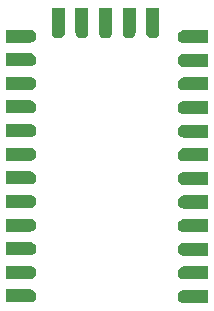
<source format=gbr>
G04 #@! TF.GenerationSoftware,KiCad,Pcbnew,(5.0.0)*
G04 #@! TF.CreationDate,2021-02-11T08:38:10+00:00*
G04 #@! TF.ProjectId,ESPV-BUG,455350562D4255472E6B696361645F70,rev?*
G04 #@! TF.SameCoordinates,Original*
G04 #@! TF.FileFunction,Soldermask,Bot*
G04 #@! TF.FilePolarity,Negative*
%FSLAX46Y46*%
G04 Gerber Fmt 4.6, Leading zero omitted, Abs format (unit mm)*
G04 Created by KiCad (PCBNEW (5.0.0)) date 02/11/21 08:38:10*
%MOMM*%
%LPD*%
G01*
G04 APERTURE LIST*
%ADD10C,0.100000*%
G04 APERTURE END LIST*
D10*
G36*
X179651000Y-89951000D02*
X177494298Y-89951000D01*
X177493446Y-89950301D01*
X177471835Y-89938750D01*
X177448385Y-89931636D01*
X177439279Y-89929825D01*
X177439277Y-89929824D01*
X177439276Y-89929824D01*
X177339005Y-89888291D01*
X177248755Y-89827988D01*
X177172012Y-89751245D01*
X177111709Y-89660995D01*
X177070174Y-89560721D01*
X177049000Y-89454270D01*
X177049000Y-89345730D01*
X177070174Y-89239279D01*
X177111709Y-89139005D01*
X177172012Y-89048755D01*
X177248755Y-88972012D01*
X177339005Y-88911709D01*
X177439276Y-88870176D01*
X177439277Y-88870176D01*
X177439279Y-88870175D01*
X177448385Y-88868364D01*
X177471834Y-88861251D01*
X177493445Y-88849700D01*
X177494298Y-88849000D01*
X179651000Y-88849000D01*
X179651000Y-89951000D01*
X179651000Y-89951000D01*
G37*
G36*
X164656554Y-88799699D02*
X164678165Y-88811250D01*
X164701615Y-88818364D01*
X164710721Y-88820175D01*
X164710723Y-88820176D01*
X164710724Y-88820176D01*
X164810995Y-88861709D01*
X164901245Y-88922012D01*
X164977988Y-88998755D01*
X165038291Y-89089005D01*
X165079826Y-89189279D01*
X165101000Y-89295730D01*
X165101000Y-89404270D01*
X165079826Y-89510721D01*
X165038291Y-89610995D01*
X164977988Y-89701245D01*
X164901245Y-89777988D01*
X164810995Y-89838291D01*
X164710724Y-89879824D01*
X164710723Y-89879824D01*
X164710721Y-89879825D01*
X164701615Y-89881636D01*
X164678166Y-89888749D01*
X164656555Y-89900300D01*
X164655702Y-89901000D01*
X162499000Y-89901000D01*
X162499000Y-88799000D01*
X164655702Y-88799000D01*
X164656554Y-88799699D01*
X164656554Y-88799699D01*
G37*
G36*
X179651000Y-87951000D02*
X177494298Y-87951000D01*
X177493446Y-87950301D01*
X177471835Y-87938750D01*
X177448385Y-87931636D01*
X177439279Y-87929825D01*
X177439277Y-87929824D01*
X177439276Y-87929824D01*
X177339005Y-87888291D01*
X177248755Y-87827988D01*
X177172012Y-87751245D01*
X177111709Y-87660995D01*
X177070174Y-87560721D01*
X177049000Y-87454270D01*
X177049000Y-87345730D01*
X177070174Y-87239279D01*
X177111709Y-87139005D01*
X177172012Y-87048755D01*
X177248755Y-86972012D01*
X177339005Y-86911709D01*
X177439276Y-86870176D01*
X177439277Y-86870176D01*
X177439279Y-86870175D01*
X177448385Y-86868364D01*
X177471834Y-86861251D01*
X177493445Y-86849700D01*
X177494298Y-86849000D01*
X179651000Y-86849000D01*
X179651000Y-87951000D01*
X179651000Y-87951000D01*
G37*
G36*
X164656554Y-86799699D02*
X164678165Y-86811250D01*
X164701615Y-86818364D01*
X164710721Y-86820175D01*
X164710723Y-86820176D01*
X164710724Y-86820176D01*
X164810995Y-86861709D01*
X164901245Y-86922012D01*
X164977988Y-86998755D01*
X165038291Y-87089005D01*
X165079826Y-87189279D01*
X165101000Y-87295730D01*
X165101000Y-87404270D01*
X165079826Y-87510721D01*
X165038291Y-87610995D01*
X164977988Y-87701245D01*
X164901245Y-87777988D01*
X164810995Y-87838291D01*
X164710724Y-87879824D01*
X164710723Y-87879824D01*
X164710721Y-87879825D01*
X164701615Y-87881636D01*
X164678166Y-87888749D01*
X164656555Y-87900300D01*
X164655702Y-87901000D01*
X162499000Y-87901000D01*
X162499000Y-86799000D01*
X164655702Y-86799000D01*
X164656554Y-86799699D01*
X164656554Y-86799699D01*
G37*
G36*
X179651000Y-85951000D02*
X177494298Y-85951000D01*
X177493446Y-85950301D01*
X177471835Y-85938750D01*
X177448385Y-85931636D01*
X177439279Y-85929825D01*
X177439277Y-85929824D01*
X177439276Y-85929824D01*
X177339005Y-85888291D01*
X177248755Y-85827988D01*
X177172012Y-85751245D01*
X177111709Y-85660995D01*
X177070174Y-85560721D01*
X177049000Y-85454270D01*
X177049000Y-85345730D01*
X177070174Y-85239279D01*
X177111709Y-85139005D01*
X177172012Y-85048755D01*
X177248755Y-84972012D01*
X177339005Y-84911709D01*
X177439276Y-84870176D01*
X177439277Y-84870176D01*
X177439279Y-84870175D01*
X177448385Y-84868364D01*
X177471834Y-84861251D01*
X177493445Y-84849700D01*
X177494298Y-84849000D01*
X179651000Y-84849000D01*
X179651000Y-85951000D01*
X179651000Y-85951000D01*
G37*
G36*
X164656554Y-84799699D02*
X164678165Y-84811250D01*
X164701615Y-84818364D01*
X164710721Y-84820175D01*
X164710723Y-84820176D01*
X164710724Y-84820176D01*
X164810995Y-84861709D01*
X164901245Y-84922012D01*
X164977988Y-84998755D01*
X165038291Y-85089005D01*
X165079826Y-85189279D01*
X165101000Y-85295730D01*
X165101000Y-85404270D01*
X165079826Y-85510721D01*
X165038291Y-85610995D01*
X164977988Y-85701245D01*
X164901245Y-85777988D01*
X164810995Y-85838291D01*
X164710724Y-85879824D01*
X164710723Y-85879824D01*
X164710721Y-85879825D01*
X164701615Y-85881636D01*
X164678166Y-85888749D01*
X164656555Y-85900300D01*
X164655702Y-85901000D01*
X162499000Y-85901000D01*
X162499000Y-84799000D01*
X164655702Y-84799000D01*
X164656554Y-84799699D01*
X164656554Y-84799699D01*
G37*
G36*
X179651000Y-83951000D02*
X177494298Y-83951000D01*
X177493446Y-83950301D01*
X177471835Y-83938750D01*
X177448385Y-83931636D01*
X177439279Y-83929825D01*
X177439277Y-83929824D01*
X177439276Y-83929824D01*
X177339005Y-83888291D01*
X177248755Y-83827988D01*
X177172012Y-83751245D01*
X177111709Y-83660995D01*
X177070174Y-83560721D01*
X177049000Y-83454270D01*
X177049000Y-83345730D01*
X177070174Y-83239279D01*
X177111709Y-83139005D01*
X177172012Y-83048755D01*
X177248755Y-82972012D01*
X177339005Y-82911709D01*
X177439276Y-82870176D01*
X177439277Y-82870176D01*
X177439279Y-82870175D01*
X177448385Y-82868364D01*
X177471834Y-82861251D01*
X177493445Y-82849700D01*
X177494298Y-82849000D01*
X179651000Y-82849000D01*
X179651000Y-83951000D01*
X179651000Y-83951000D01*
G37*
G36*
X164656554Y-82799699D02*
X164678165Y-82811250D01*
X164701615Y-82818364D01*
X164710721Y-82820175D01*
X164710723Y-82820176D01*
X164710724Y-82820176D01*
X164810995Y-82861709D01*
X164901245Y-82922012D01*
X164977988Y-82998755D01*
X165038291Y-83089005D01*
X165079826Y-83189279D01*
X165101000Y-83295730D01*
X165101000Y-83404270D01*
X165079826Y-83510721D01*
X165038291Y-83610995D01*
X164977988Y-83701245D01*
X164901245Y-83777988D01*
X164810995Y-83838291D01*
X164710724Y-83879824D01*
X164710723Y-83879824D01*
X164710721Y-83879825D01*
X164701615Y-83881636D01*
X164678166Y-83888749D01*
X164656555Y-83900300D01*
X164655702Y-83901000D01*
X162499000Y-83901000D01*
X162499000Y-82799000D01*
X164655702Y-82799000D01*
X164656554Y-82799699D01*
X164656554Y-82799699D01*
G37*
G36*
X179651000Y-81951000D02*
X177494298Y-81951000D01*
X177493446Y-81950301D01*
X177471835Y-81938750D01*
X177448385Y-81931636D01*
X177439279Y-81929825D01*
X177439277Y-81929824D01*
X177439276Y-81929824D01*
X177339005Y-81888291D01*
X177248755Y-81827988D01*
X177172012Y-81751245D01*
X177111709Y-81660995D01*
X177070174Y-81560721D01*
X177049000Y-81454270D01*
X177049000Y-81345730D01*
X177070174Y-81239279D01*
X177111709Y-81139005D01*
X177172012Y-81048755D01*
X177248755Y-80972012D01*
X177339005Y-80911709D01*
X177439276Y-80870176D01*
X177439277Y-80870176D01*
X177439279Y-80870175D01*
X177448385Y-80868364D01*
X177471834Y-80861251D01*
X177493445Y-80849700D01*
X177494298Y-80849000D01*
X179651000Y-80849000D01*
X179651000Y-81951000D01*
X179651000Y-81951000D01*
G37*
G36*
X164656554Y-80799699D02*
X164678165Y-80811250D01*
X164701615Y-80818364D01*
X164710721Y-80820175D01*
X164710723Y-80820176D01*
X164710724Y-80820176D01*
X164810995Y-80861709D01*
X164901245Y-80922012D01*
X164977988Y-80998755D01*
X165038291Y-81089005D01*
X165079826Y-81189279D01*
X165101000Y-81295730D01*
X165101000Y-81404270D01*
X165079826Y-81510721D01*
X165038291Y-81610995D01*
X164977988Y-81701245D01*
X164901245Y-81777988D01*
X164810995Y-81838291D01*
X164710724Y-81879824D01*
X164710723Y-81879824D01*
X164710721Y-81879825D01*
X164701615Y-81881636D01*
X164678166Y-81888749D01*
X164656555Y-81900300D01*
X164655702Y-81901000D01*
X162499000Y-81901000D01*
X162499000Y-80799000D01*
X164655702Y-80799000D01*
X164656554Y-80799699D01*
X164656554Y-80799699D01*
G37*
G36*
X179651000Y-79951000D02*
X177494298Y-79951000D01*
X177493446Y-79950301D01*
X177471835Y-79938750D01*
X177448385Y-79931636D01*
X177439279Y-79929825D01*
X177439277Y-79929824D01*
X177439276Y-79929824D01*
X177339005Y-79888291D01*
X177248755Y-79827988D01*
X177172012Y-79751245D01*
X177111709Y-79660995D01*
X177070174Y-79560721D01*
X177049000Y-79454270D01*
X177049000Y-79345730D01*
X177070174Y-79239279D01*
X177111709Y-79139005D01*
X177172012Y-79048755D01*
X177248755Y-78972012D01*
X177339005Y-78911709D01*
X177439276Y-78870176D01*
X177439277Y-78870176D01*
X177439279Y-78870175D01*
X177448385Y-78868364D01*
X177471834Y-78861251D01*
X177493445Y-78849700D01*
X177494298Y-78849000D01*
X179651000Y-78849000D01*
X179651000Y-79951000D01*
X179651000Y-79951000D01*
G37*
G36*
X164656554Y-78799699D02*
X164678165Y-78811250D01*
X164701615Y-78818364D01*
X164710721Y-78820175D01*
X164710723Y-78820176D01*
X164710724Y-78820176D01*
X164810995Y-78861709D01*
X164901245Y-78922012D01*
X164977988Y-78998755D01*
X165038291Y-79089005D01*
X165079826Y-79189279D01*
X165101000Y-79295730D01*
X165101000Y-79404270D01*
X165079826Y-79510721D01*
X165038291Y-79610995D01*
X164977988Y-79701245D01*
X164901245Y-79777988D01*
X164810995Y-79838291D01*
X164710724Y-79879824D01*
X164710723Y-79879824D01*
X164710721Y-79879825D01*
X164701615Y-79881636D01*
X164678166Y-79888749D01*
X164656555Y-79900300D01*
X164655702Y-79901000D01*
X162499000Y-79901000D01*
X162499000Y-78799000D01*
X164655702Y-78799000D01*
X164656554Y-78799699D01*
X164656554Y-78799699D01*
G37*
G36*
X179651000Y-77951000D02*
X177494298Y-77951000D01*
X177493446Y-77950301D01*
X177471835Y-77938750D01*
X177448385Y-77931636D01*
X177439279Y-77929825D01*
X177439277Y-77929824D01*
X177439276Y-77929824D01*
X177339005Y-77888291D01*
X177248755Y-77827988D01*
X177172012Y-77751245D01*
X177111709Y-77660995D01*
X177070174Y-77560721D01*
X177049000Y-77454270D01*
X177049000Y-77345730D01*
X177070174Y-77239279D01*
X177111709Y-77139005D01*
X177172012Y-77048755D01*
X177248755Y-76972012D01*
X177339005Y-76911709D01*
X177439276Y-76870176D01*
X177439277Y-76870176D01*
X177439279Y-76870175D01*
X177448385Y-76868364D01*
X177471834Y-76861251D01*
X177493445Y-76849700D01*
X177494298Y-76849000D01*
X179651000Y-76849000D01*
X179651000Y-77951000D01*
X179651000Y-77951000D01*
G37*
G36*
X164656554Y-76799699D02*
X164678165Y-76811250D01*
X164701615Y-76818364D01*
X164710721Y-76820175D01*
X164710723Y-76820176D01*
X164710724Y-76820176D01*
X164810995Y-76861709D01*
X164901245Y-76922012D01*
X164977988Y-76998755D01*
X165038291Y-77089005D01*
X165079826Y-77189279D01*
X165101000Y-77295730D01*
X165101000Y-77404270D01*
X165079826Y-77510721D01*
X165038291Y-77610995D01*
X164977988Y-77701245D01*
X164901245Y-77777988D01*
X164810995Y-77838291D01*
X164710724Y-77879824D01*
X164710723Y-77879824D01*
X164710721Y-77879825D01*
X164701615Y-77881636D01*
X164678166Y-77888749D01*
X164656555Y-77900300D01*
X164655702Y-77901000D01*
X162499000Y-77901000D01*
X162499000Y-76799000D01*
X164655702Y-76799000D01*
X164656554Y-76799699D01*
X164656554Y-76799699D01*
G37*
G36*
X179651000Y-75951000D02*
X177494298Y-75951000D01*
X177493446Y-75950301D01*
X177471835Y-75938750D01*
X177448385Y-75931636D01*
X177439279Y-75929825D01*
X177439277Y-75929824D01*
X177439276Y-75929824D01*
X177339005Y-75888291D01*
X177248755Y-75827988D01*
X177172012Y-75751245D01*
X177111709Y-75660995D01*
X177070174Y-75560721D01*
X177049000Y-75454270D01*
X177049000Y-75345730D01*
X177070174Y-75239279D01*
X177111709Y-75139005D01*
X177172012Y-75048755D01*
X177248755Y-74972012D01*
X177339005Y-74911709D01*
X177439276Y-74870176D01*
X177439277Y-74870176D01*
X177439279Y-74870175D01*
X177448385Y-74868364D01*
X177471834Y-74861251D01*
X177493445Y-74849700D01*
X177494298Y-74849000D01*
X179651000Y-74849000D01*
X179651000Y-75951000D01*
X179651000Y-75951000D01*
G37*
G36*
X164656554Y-74799699D02*
X164678165Y-74811250D01*
X164701615Y-74818364D01*
X164710721Y-74820175D01*
X164710723Y-74820176D01*
X164710724Y-74820176D01*
X164810995Y-74861709D01*
X164901245Y-74922012D01*
X164977988Y-74998755D01*
X165038291Y-75089005D01*
X165079826Y-75189279D01*
X165101000Y-75295730D01*
X165101000Y-75404270D01*
X165079826Y-75510721D01*
X165038291Y-75610995D01*
X164977988Y-75701245D01*
X164901245Y-75777988D01*
X164810995Y-75838291D01*
X164710724Y-75879824D01*
X164710723Y-75879824D01*
X164710721Y-75879825D01*
X164701615Y-75881636D01*
X164678166Y-75888749D01*
X164656555Y-75900300D01*
X164655702Y-75901000D01*
X162499000Y-75901000D01*
X162499000Y-74799000D01*
X164655702Y-74799000D01*
X164656554Y-74799699D01*
X164656554Y-74799699D01*
G37*
G36*
X179651000Y-73951000D02*
X177494298Y-73951000D01*
X177493446Y-73950301D01*
X177471835Y-73938750D01*
X177448385Y-73931636D01*
X177439279Y-73929825D01*
X177439277Y-73929824D01*
X177439276Y-73929824D01*
X177339005Y-73888291D01*
X177248755Y-73827988D01*
X177172012Y-73751245D01*
X177111709Y-73660995D01*
X177070174Y-73560721D01*
X177049000Y-73454270D01*
X177049000Y-73345730D01*
X177070174Y-73239279D01*
X177111709Y-73139005D01*
X177172012Y-73048755D01*
X177248755Y-72972012D01*
X177339005Y-72911709D01*
X177439276Y-72870176D01*
X177439277Y-72870176D01*
X177439279Y-72870175D01*
X177448385Y-72868364D01*
X177471834Y-72861251D01*
X177493445Y-72849700D01*
X177494298Y-72849000D01*
X179651000Y-72849000D01*
X179651000Y-73951000D01*
X179651000Y-73951000D01*
G37*
G36*
X164656554Y-72799699D02*
X164678165Y-72811250D01*
X164701615Y-72818364D01*
X164710721Y-72820175D01*
X164710723Y-72820176D01*
X164710724Y-72820176D01*
X164810995Y-72861709D01*
X164901245Y-72922012D01*
X164977988Y-72998755D01*
X165038291Y-73089005D01*
X165079826Y-73189279D01*
X165101000Y-73295730D01*
X165101000Y-73404270D01*
X165079826Y-73510721D01*
X165038291Y-73610995D01*
X164977988Y-73701245D01*
X164901245Y-73777988D01*
X164810995Y-73838291D01*
X164710724Y-73879824D01*
X164710723Y-73879824D01*
X164710721Y-73879825D01*
X164701615Y-73881636D01*
X164678166Y-73888749D01*
X164656555Y-73900300D01*
X164655702Y-73901000D01*
X162499000Y-73901000D01*
X162499000Y-72799000D01*
X164655702Y-72799000D01*
X164656554Y-72799699D01*
X164656554Y-72799699D01*
G37*
G36*
X179651000Y-71951000D02*
X177494298Y-71951000D01*
X177493446Y-71950301D01*
X177471835Y-71938750D01*
X177448385Y-71931636D01*
X177439279Y-71929825D01*
X177439277Y-71929824D01*
X177439276Y-71929824D01*
X177339005Y-71888291D01*
X177248755Y-71827988D01*
X177172012Y-71751245D01*
X177111709Y-71660995D01*
X177070174Y-71560721D01*
X177049000Y-71454270D01*
X177049000Y-71345730D01*
X177070174Y-71239279D01*
X177111709Y-71139005D01*
X177172012Y-71048755D01*
X177248755Y-70972012D01*
X177339005Y-70911709D01*
X177439276Y-70870176D01*
X177439277Y-70870176D01*
X177439279Y-70870175D01*
X177448385Y-70868364D01*
X177471834Y-70861251D01*
X177493445Y-70849700D01*
X177494298Y-70849000D01*
X179651000Y-70849000D01*
X179651000Y-71951000D01*
X179651000Y-71951000D01*
G37*
G36*
X164656554Y-70799699D02*
X164678165Y-70811250D01*
X164701615Y-70818364D01*
X164710721Y-70820175D01*
X164710723Y-70820176D01*
X164710724Y-70820176D01*
X164810995Y-70861709D01*
X164901245Y-70922012D01*
X164977988Y-70998755D01*
X165038291Y-71089005D01*
X165079826Y-71189279D01*
X165101000Y-71295730D01*
X165101000Y-71404270D01*
X165079826Y-71510721D01*
X165038291Y-71610995D01*
X164977988Y-71701245D01*
X164901245Y-71777988D01*
X164810995Y-71838291D01*
X164710724Y-71879824D01*
X164710723Y-71879824D01*
X164710721Y-71879825D01*
X164701615Y-71881636D01*
X164678166Y-71888749D01*
X164656555Y-71900300D01*
X164655702Y-71901000D01*
X162499000Y-71901000D01*
X162499000Y-70799000D01*
X164655702Y-70799000D01*
X164656554Y-70799699D01*
X164656554Y-70799699D01*
G37*
G36*
X179651000Y-69951000D02*
X177494298Y-69951000D01*
X177493446Y-69950301D01*
X177471835Y-69938750D01*
X177448385Y-69931636D01*
X177439279Y-69929825D01*
X177439277Y-69929824D01*
X177439276Y-69929824D01*
X177339005Y-69888291D01*
X177248755Y-69827988D01*
X177172012Y-69751245D01*
X177111709Y-69660995D01*
X177070174Y-69560721D01*
X177049000Y-69454270D01*
X177049000Y-69345730D01*
X177070174Y-69239279D01*
X177111709Y-69139005D01*
X177172012Y-69048755D01*
X177248755Y-68972012D01*
X177339005Y-68911709D01*
X177439276Y-68870176D01*
X177439277Y-68870176D01*
X177439279Y-68870175D01*
X177448385Y-68868364D01*
X177471834Y-68861251D01*
X177493445Y-68849700D01*
X177494298Y-68849000D01*
X179651000Y-68849000D01*
X179651000Y-69951000D01*
X179651000Y-69951000D01*
G37*
G36*
X164656554Y-68799699D02*
X164678165Y-68811250D01*
X164701615Y-68818364D01*
X164710721Y-68820175D01*
X164710723Y-68820176D01*
X164710724Y-68820176D01*
X164810995Y-68861709D01*
X164901245Y-68922012D01*
X164977988Y-68998755D01*
X165038291Y-69089005D01*
X165079826Y-69189279D01*
X165101000Y-69295730D01*
X165101000Y-69404270D01*
X165079826Y-69510721D01*
X165038291Y-69610995D01*
X164977988Y-69701245D01*
X164901245Y-69777988D01*
X164810995Y-69838291D01*
X164710724Y-69879824D01*
X164710723Y-69879824D01*
X164710721Y-69879825D01*
X164701615Y-69881636D01*
X164678166Y-69888749D01*
X164656555Y-69900300D01*
X164655702Y-69901000D01*
X162499000Y-69901000D01*
X162499000Y-68799000D01*
X164655702Y-68799000D01*
X164656554Y-68799699D01*
X164656554Y-68799699D01*
G37*
G36*
X179651000Y-67951000D02*
X177494298Y-67951000D01*
X177493446Y-67950301D01*
X177471835Y-67938750D01*
X177448385Y-67931636D01*
X177439279Y-67929825D01*
X177439277Y-67929824D01*
X177439276Y-67929824D01*
X177339005Y-67888291D01*
X177248755Y-67827988D01*
X177172012Y-67751245D01*
X177111709Y-67660995D01*
X177070174Y-67560721D01*
X177049000Y-67454270D01*
X177049000Y-67345730D01*
X177070174Y-67239279D01*
X177111709Y-67139005D01*
X177172012Y-67048755D01*
X177248755Y-66972012D01*
X177339005Y-66911709D01*
X177439276Y-66870176D01*
X177439277Y-66870176D01*
X177439279Y-66870175D01*
X177448385Y-66868364D01*
X177471834Y-66861251D01*
X177493445Y-66849700D01*
X177494298Y-66849000D01*
X179651000Y-66849000D01*
X179651000Y-67951000D01*
X179651000Y-67951000D01*
G37*
G36*
X164656554Y-66799699D02*
X164678165Y-66811250D01*
X164701615Y-66818364D01*
X164710721Y-66820175D01*
X164710723Y-66820176D01*
X164710724Y-66820176D01*
X164810995Y-66861709D01*
X164901245Y-66922012D01*
X164977988Y-66998755D01*
X165038291Y-67089005D01*
X165079826Y-67189279D01*
X165101000Y-67295730D01*
X165101000Y-67404270D01*
X165079826Y-67510721D01*
X165038291Y-67610995D01*
X164977988Y-67701245D01*
X164901245Y-67777988D01*
X164810995Y-67838291D01*
X164710724Y-67879824D01*
X164710723Y-67879824D01*
X164710721Y-67879825D01*
X164701615Y-67881636D01*
X164678166Y-67888749D01*
X164656555Y-67900300D01*
X164655702Y-67901000D01*
X162499000Y-67901000D01*
X162499000Y-66799000D01*
X164655702Y-66799000D01*
X164656554Y-66799699D01*
X164656554Y-66799699D01*
G37*
G36*
X167501000Y-67105702D02*
X167500301Y-67106554D01*
X167488750Y-67128165D01*
X167481636Y-67151616D01*
X167479824Y-67160724D01*
X167438291Y-67260995D01*
X167377988Y-67351245D01*
X167301245Y-67427988D01*
X167210995Y-67488291D01*
X167110721Y-67529826D01*
X167004270Y-67551000D01*
X166895730Y-67551000D01*
X166789279Y-67529826D01*
X166689005Y-67488291D01*
X166598755Y-67427988D01*
X166522012Y-67351245D01*
X166461709Y-67260995D01*
X166420176Y-67160724D01*
X166418364Y-67151616D01*
X166411251Y-67128166D01*
X166399700Y-67106555D01*
X166399000Y-67105702D01*
X166399000Y-64949000D01*
X167501000Y-64949000D01*
X167501000Y-67105702D01*
X167501000Y-67105702D01*
G37*
G36*
X175501000Y-67105702D02*
X175500301Y-67106554D01*
X175488750Y-67128165D01*
X175481636Y-67151616D01*
X175479824Y-67160724D01*
X175438291Y-67260995D01*
X175377988Y-67351245D01*
X175301245Y-67427988D01*
X175210995Y-67488291D01*
X175110721Y-67529826D01*
X175004270Y-67551000D01*
X174895730Y-67551000D01*
X174789279Y-67529826D01*
X174689005Y-67488291D01*
X174598755Y-67427988D01*
X174522012Y-67351245D01*
X174461709Y-67260995D01*
X174420176Y-67160724D01*
X174418364Y-67151616D01*
X174411251Y-67128166D01*
X174399700Y-67106555D01*
X174399000Y-67105702D01*
X174399000Y-64949000D01*
X175501000Y-64949000D01*
X175501000Y-67105702D01*
X175501000Y-67105702D01*
G37*
G36*
X169501000Y-67105702D02*
X169500301Y-67106554D01*
X169488750Y-67128165D01*
X169481636Y-67151616D01*
X169479824Y-67160724D01*
X169438291Y-67260995D01*
X169377988Y-67351245D01*
X169301245Y-67427988D01*
X169210995Y-67488291D01*
X169110721Y-67529826D01*
X169004270Y-67551000D01*
X168895730Y-67551000D01*
X168789279Y-67529826D01*
X168689005Y-67488291D01*
X168598755Y-67427988D01*
X168522012Y-67351245D01*
X168461709Y-67260995D01*
X168420176Y-67160724D01*
X168418364Y-67151616D01*
X168411251Y-67128166D01*
X168399700Y-67106555D01*
X168399000Y-67105702D01*
X168399000Y-64949000D01*
X169501000Y-64949000D01*
X169501000Y-67105702D01*
X169501000Y-67105702D01*
G37*
G36*
X173501000Y-67105702D02*
X173500301Y-67106554D01*
X173488750Y-67128165D01*
X173481636Y-67151616D01*
X173479824Y-67160724D01*
X173438291Y-67260995D01*
X173377988Y-67351245D01*
X173301245Y-67427988D01*
X173210995Y-67488291D01*
X173110721Y-67529826D01*
X173004270Y-67551000D01*
X172895730Y-67551000D01*
X172789279Y-67529826D01*
X172689005Y-67488291D01*
X172598755Y-67427988D01*
X172522012Y-67351245D01*
X172461709Y-67260995D01*
X172420176Y-67160724D01*
X172418364Y-67151616D01*
X172411251Y-67128166D01*
X172399700Y-67106555D01*
X172399000Y-67105702D01*
X172399000Y-64949000D01*
X173501000Y-64949000D01*
X173501000Y-67105702D01*
X173501000Y-67105702D01*
G37*
G36*
X171501000Y-67105702D02*
X171500301Y-67106554D01*
X171488750Y-67128165D01*
X171481636Y-67151616D01*
X171479824Y-67160724D01*
X171438291Y-67260995D01*
X171377988Y-67351245D01*
X171301245Y-67427988D01*
X171210995Y-67488291D01*
X171110721Y-67529826D01*
X171004270Y-67551000D01*
X170895730Y-67551000D01*
X170789279Y-67529826D01*
X170689005Y-67488291D01*
X170598755Y-67427988D01*
X170522012Y-67351245D01*
X170461709Y-67260995D01*
X170420176Y-67160724D01*
X170418364Y-67151616D01*
X170411251Y-67128166D01*
X170399700Y-67106555D01*
X170399000Y-67105702D01*
X170399000Y-64949000D01*
X171501000Y-64949000D01*
X171501000Y-67105702D01*
X171501000Y-67105702D01*
G37*
M02*

</source>
